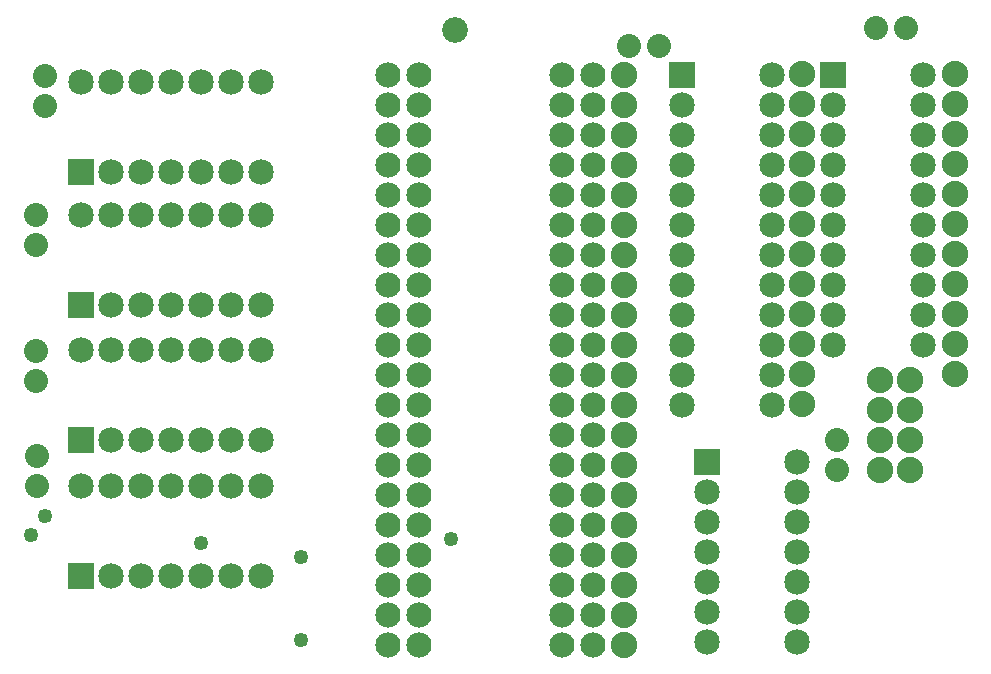
<source format=gbs>
G04 MADE WITH FRITZING*
G04 WWW.FRITZING.ORG*
G04 DOUBLE SIDED*
G04 HOLES PLATED*
G04 CONTOUR ON CENTER OF CONTOUR VECTOR*
%ASAXBY*%
%FSLAX23Y23*%
%MOIN*%
%OFA0B0*%
%SFA1.0B1.0*%
%ADD10C,0.085433*%
%ADD11C,0.088000*%
%ADD12C,0.080000*%
%ADD13C,0.049370*%
%ADD14C,0.085000*%
%ADD15C,0.084000*%
%ADD16R,0.085000X0.085000*%
%LNMASK0*%
G90*
G70*
G54D10*
X1522Y2356D03*
G54D11*
X2086Y2208D03*
X2086Y2108D03*
X2086Y2008D03*
X2086Y1908D03*
X2086Y1808D03*
X2086Y1708D03*
X2086Y1608D03*
X2086Y1508D03*
X2086Y1408D03*
X2086Y1308D03*
X2086Y1208D03*
X2086Y1108D03*
X2086Y1008D03*
X2086Y908D03*
X2086Y808D03*
X2086Y708D03*
X2086Y608D03*
X2086Y508D03*
X2086Y408D03*
X2086Y308D03*
X2680Y2209D03*
X2680Y2109D03*
X2680Y2009D03*
X2680Y1909D03*
X2680Y1809D03*
X2680Y1709D03*
X2680Y1609D03*
X2680Y1509D03*
X2680Y1409D03*
X2680Y1309D03*
X2680Y1209D03*
X2680Y1109D03*
X3188Y2209D03*
X3188Y2109D03*
X3188Y2009D03*
X3188Y1909D03*
X3188Y1809D03*
X3188Y1709D03*
X3188Y1609D03*
X3188Y1509D03*
X3188Y1409D03*
X3188Y1309D03*
X3188Y1209D03*
G54D12*
X156Y2103D03*
X156Y2203D03*
G54D13*
X1508Y660D03*
G54D14*
X274Y1441D03*
X274Y1741D03*
X374Y1441D03*
X374Y1741D03*
X474Y1441D03*
X474Y1741D03*
X574Y1441D03*
X574Y1741D03*
X674Y1441D03*
X674Y1741D03*
X774Y1441D03*
X774Y1741D03*
X874Y1441D03*
X874Y1741D03*
X274Y1883D03*
X274Y2183D03*
X374Y1883D03*
X374Y2183D03*
X474Y1883D03*
X474Y2183D03*
X574Y1883D03*
X574Y2183D03*
X674Y1883D03*
X674Y2183D03*
X774Y1883D03*
X774Y2183D03*
X874Y1883D03*
X874Y2183D03*
G54D15*
X1401Y2207D03*
X1401Y2107D03*
X1401Y2007D03*
X1401Y1907D03*
X1401Y1807D03*
X1401Y1707D03*
X1401Y1607D03*
X1401Y1507D03*
X1401Y1407D03*
X1401Y1307D03*
X1401Y1207D03*
X1401Y1107D03*
X1401Y1007D03*
X1401Y907D03*
X1401Y807D03*
X1401Y707D03*
X1401Y607D03*
X1401Y507D03*
X1401Y407D03*
X1401Y307D03*
X1981Y307D03*
X1981Y407D03*
X1981Y507D03*
X1981Y607D03*
X1981Y707D03*
X1981Y807D03*
X1981Y907D03*
X1981Y1007D03*
X1981Y1207D03*
X1981Y1307D03*
X1981Y1407D03*
X1981Y1507D03*
X1981Y1607D03*
X1981Y1707D03*
X1981Y1807D03*
X1981Y1907D03*
X1981Y2007D03*
X1981Y2107D03*
X1981Y2207D03*
X1981Y1107D03*
G54D12*
X125Y1740D03*
X125Y1640D03*
X2101Y2305D03*
X2202Y2305D03*
G54D13*
X676Y648D03*
G54D15*
X1298Y2207D03*
X1298Y2107D03*
X1298Y2007D03*
X1298Y1907D03*
X1298Y1807D03*
X1298Y1707D03*
X1298Y1607D03*
X1298Y1507D03*
X1298Y1407D03*
X1298Y1307D03*
X1298Y1207D03*
X1298Y1107D03*
X1298Y1007D03*
X1298Y907D03*
X1298Y807D03*
X1298Y707D03*
X1298Y607D03*
X1298Y507D03*
X1298Y407D03*
X1298Y307D03*
X1878Y307D03*
X1878Y407D03*
X1878Y507D03*
X1878Y607D03*
X1878Y707D03*
X1878Y807D03*
X1878Y907D03*
X1878Y1007D03*
X1878Y1207D03*
X1878Y1307D03*
X1878Y1407D03*
X1878Y1507D03*
X1878Y1607D03*
X1878Y1707D03*
X1878Y1807D03*
X1878Y1907D03*
X1878Y2007D03*
X1878Y2107D03*
X1878Y2207D03*
X1878Y1107D03*
G54D12*
X129Y937D03*
X129Y837D03*
G54D13*
X109Y675D03*
G54D14*
X2279Y2208D03*
X2579Y2208D03*
X2279Y2108D03*
X2579Y2108D03*
X2279Y2008D03*
X2579Y2008D03*
X2279Y1908D03*
X2579Y1908D03*
X2279Y1808D03*
X2579Y1808D03*
X2279Y1708D03*
X2579Y1708D03*
X2279Y1608D03*
X2579Y1608D03*
X2279Y1508D03*
X2579Y1508D03*
X2279Y1408D03*
X2579Y1408D03*
X2279Y1308D03*
X2579Y1308D03*
X2279Y1208D03*
X2579Y1208D03*
X2279Y1108D03*
X2579Y1108D03*
G54D12*
X125Y1287D03*
X125Y1187D03*
X2924Y2364D03*
X3024Y2364D03*
G54D13*
X156Y738D03*
G54D14*
X275Y989D03*
X275Y1289D03*
X375Y989D03*
X375Y1289D03*
X475Y989D03*
X475Y1289D03*
X575Y989D03*
X575Y1289D03*
X675Y989D03*
X675Y1289D03*
X775Y989D03*
X775Y1289D03*
X875Y989D03*
X875Y1289D03*
G54D11*
X2940Y1189D03*
X2940Y1089D03*
X2940Y989D03*
X2940Y889D03*
X2940Y1189D03*
X2940Y1089D03*
X2940Y989D03*
X2940Y889D03*
X3040Y889D03*
X3040Y989D03*
X3040Y1089D03*
X3040Y1189D03*
G54D13*
X1008Y324D03*
G54D14*
X2782Y2207D03*
X3082Y2207D03*
X2782Y2107D03*
X3082Y2107D03*
X2782Y2007D03*
X3082Y2007D03*
X2782Y1907D03*
X3082Y1907D03*
X2782Y1807D03*
X3082Y1807D03*
X2782Y1707D03*
X3082Y1707D03*
X2782Y1607D03*
X3082Y1607D03*
X2782Y1507D03*
X3082Y1507D03*
X2782Y1407D03*
X3082Y1407D03*
X2782Y1307D03*
X3082Y1307D03*
G54D12*
X2794Y890D03*
X2794Y990D03*
G54D13*
X1008Y600D03*
G54D14*
X275Y537D03*
X275Y837D03*
X375Y537D03*
X375Y837D03*
X475Y537D03*
X475Y837D03*
X575Y537D03*
X575Y837D03*
X675Y537D03*
X675Y837D03*
X775Y537D03*
X775Y837D03*
X875Y537D03*
X875Y837D03*
X2361Y918D03*
X2661Y918D03*
X2361Y818D03*
X2661Y818D03*
X2361Y718D03*
X2661Y718D03*
X2361Y618D03*
X2661Y618D03*
X2361Y518D03*
X2661Y518D03*
X2361Y418D03*
X2661Y418D03*
X2361Y318D03*
X2661Y318D03*
G54D16*
X274Y1441D03*
X274Y1883D03*
X2279Y2208D03*
X275Y989D03*
X2782Y2207D03*
X275Y537D03*
X2361Y918D03*
G04 End of Mask0*
M02*
</source>
